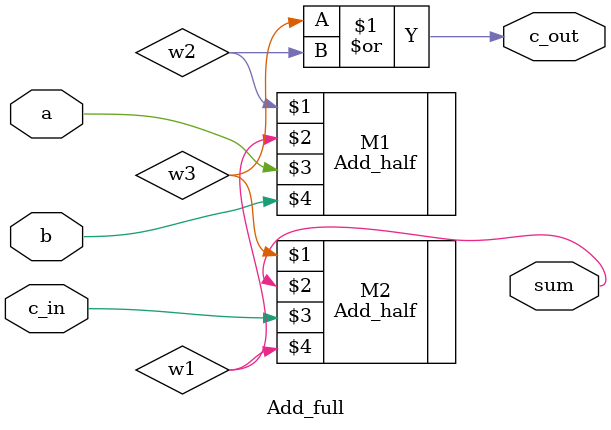
<source format=v>
`timescale 1ns/10ps
module Add_full (output c_out, sum, input a, b, c_in);
	wire w1, w2, w3;
	
	Add_half M1(w2, w1, a , b);
	Add_half M2(w3, sum, c_in, w1);
	or (c_out, w3, w2);
	
endmodule

</source>
